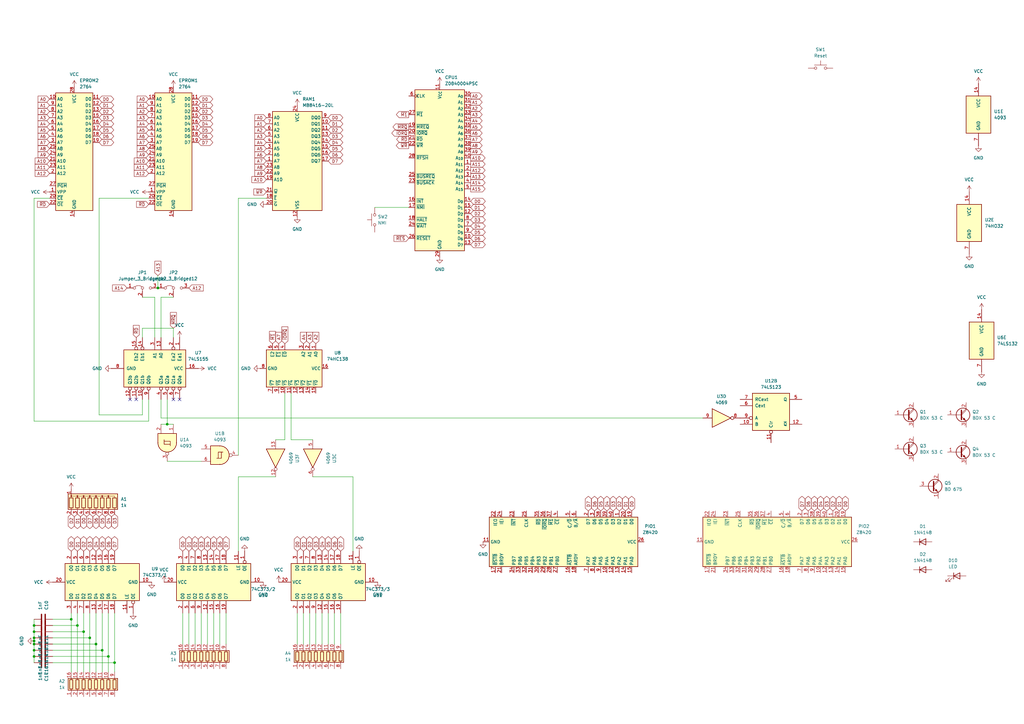
<source format=kicad_sch>
(kicad_sch (version 20250114) (generator "eeschema") (generator_version "9.0")
  (paper "A3")
  (junction (at 64.77 118.11))
  (junction (at 13.97 256.54))
  (junction (at 68.58 173.99))
  (junction (at 36.83 261.62))
  (junction (at 13.97 264.16))
  (junction (at 13.97 269.24))
  (junction (at 41.91 266.7))
  (junction (at 469.9 60.96))
  (junction (at 34.29 259.08))
  (junction (at 46.99 271.78))
  (junction (at 44.45 269.24))
  (junction (at 29.21 254))
  (junction (at 31.75 256.54))
  (junction (at 39.37 264.16))
  (junction (at 13.97 259.08))
  (junction (at 13.97 262.89))
  (junction (at 13.97 261.62))
  (junction (at 13.97 266.7))
  (no_connect (at 73.66 163.83))
  (no_connect (at 53.34 163.83))
  (no_connect (at 71.12 163.83))
  (no_connect (at 55.88 163.83))
  (wire (pts (xy 58.42 121.92) (xy 63.5 121.92)))
  (wire (pts (xy 21.59 259.08) (xy 34.29 259.08)))
  (wire (pts (xy 119.38 161.29) (xy 119.38 180.34)))
  (wire (pts (xy 21.59 256.54) (xy 31.75 256.54)))
  (wire (pts (xy 68.58 173.99) (xy 66.04 173.99)))
  (wire (pts (xy 36.83 251.46) (xy 36.83 261.62)))
  (wire (pts (xy 74.93 251.46) (xy 74.93 264.16)))
  (wire (pts (xy 31.75 251.46) (xy 31.75 256.54)))
  (wire (pts (xy 71.12 138.43) (xy 71.12 134.62)))
  (wire (pts (xy 66.04 121.92) (xy 71.12 121.92)))
  (wire (pts (xy 34.29 251.46) (xy 34.29 259.08)))
  (wire (pts (xy 13.97 256.54) (xy 13.97 259.08)))
  (wire (pts (xy 127 251.46) (xy 127 264.16)))
  (wire (pts (xy 13.97 262.89) (xy 13.97 264.16)))
  (wire (pts (xy 39.37 251.46) (xy 39.37 264.16)))
  (wire (pts (xy 13.97 254) (xy 13.97 256.54)))
  (wire (pts (xy 71.12 134.62) (xy 58.42 134.62)))
  (wire (pts (xy 85.09 251.46) (xy 85.09 264.16)))
  (wire (pts (xy 153.67 85.09) (xy 167.64 85.09)))
  (wire (pts (xy 46.99 271.78) (xy 21.59 271.78)))
  (wire (pts (xy 116.84 161.29) (xy 116.84 180.34)))
  (wire (pts (xy 46.99 275.59) (xy 46.99 271.78)))
  (wire (pts (xy 494.03 76.2) (xy 510.54 76.2)))
  (wire (pts (xy 82.55 251.46) (xy 82.55 264.16)))
  (wire (pts (xy 66.04 163.83) (xy 66.04 171.45)))
  (wire (pts (xy 129.54 251.46) (xy 129.54 264.16)))
  (wire (pts (xy 457.2 60.96) (xy 469.9 60.96)))
  (wire (pts (xy 441.96 76.2) (xy 441.96 63.5)))
  (wire (pts (xy 41.91 266.7) (xy 41.91 275.59)))
  (wire (pts (xy 469.9 76.2) (xy 486.41 76.2)))
  (wire (pts (xy 44.45 269.24) (xy 44.45 275.59)))
  (wire (pts (xy 31.75 256.54) (xy 31.75 275.59)))
  (wire (pts (xy 46.99 251.46) (xy 46.99 271.78)))
  (wire (pts (xy 29.21 254) (xy 29.21 275.59)))
  (wire (pts (xy 144.78 195.58) (xy 128.27 195.58)))
  (wire (pts (xy 13.97 264.16) (xy 13.97 266.7)))
  (wire (pts (xy 21.59 264.16) (xy 39.37 264.16)))
  (wire (pts (xy 144.78 226.06) (xy 144.78 195.58)))
  (wire (pts (xy 58.42 170.18) (xy 58.42 163.83)))
  (wire (pts (xy 36.83 261.62) (xy 36.83 275.59)))
  (wire (pts (xy 109.22 81.28) (xy 97.79 81.28)))
  (wire (pts (xy 41.91 251.46) (xy 41.91 266.7)))
  (wire (pts (xy 60.96 81.28) (xy 40.64 81.28)))
  (wire (pts (xy 40.64 81.28) (xy 40.64 170.18)))
  (wire (pts (xy 461.01 76.2) (xy 441.96 76.2)))
  (wire (pts (xy 21.59 254) (xy 29.21 254)))
  (wire (pts (xy 90.17 251.46) (xy 90.17 264.16)))
  (wire (pts (xy 21.59 261.62) (xy 36.83 261.62)))
  (wire (pts (xy 39.37 264.16) (xy 39.37 275.59)))
  (wire (pts (xy 34.29 259.08) (xy 34.29 275.59)))
  (wire (pts (xy 77.47 251.46) (xy 77.47 264.16)))
  (wire (pts (xy 40.64 170.18) (xy 58.42 170.18)))
  (wire (pts (xy 457.2 58.42) (xy 461.01 58.42)))
  (wire (pts (xy 58.42 134.62) (xy 58.42 138.43)))
  (wire (pts (xy 60.96 163.83) (xy 60.96 172.72)))
  (wire (pts (xy 87.63 251.46) (xy 87.63 264.16)))
  (wire (pts (xy 80.01 251.46) (xy 80.01 264.16)))
  (wire (pts (xy 137.16 251.46) (xy 137.16 264.16)))
  (wire (pts (xy 711.2 158.75) (xy 711.2 163.83)))
  (wire (pts (xy 92.71 251.46) (xy 92.71 264.16)))
  (wire (pts (xy 13.97 269.24) (xy 13.97 271.78)))
  (wire (pts (xy 13.97 172.72) (xy 13.97 81.28)))
  (wire (pts (xy 469.9 60.96) (xy 482.6 60.96)))
  (wire (pts (xy 132.08 251.46) (xy 132.08 264.16)))
  (wire (pts (xy 121.92 251.46) (xy 121.92 264.16)))
  (wire (pts (xy 21.59 269.24) (xy 44.45 269.24)))
  (wire (pts (xy 44.45 251.46) (xy 44.45 269.24)))
  (wire (pts (xy 97.79 195.58) (xy 113.03 195.58)))
  (wire (pts (xy 97.79 226.06) (xy 97.79 195.58)))
  (wire (pts (xy 68.58 173.99) (xy 71.12 173.99)))
  (wire (pts (xy 119.38 180.34) (xy 128.27 180.34)))
  (wire (pts (xy 497.84 60.96) (xy 510.54 60.96)))
  (wire (pts (xy 21.59 266.7) (xy 41.91 266.7)))
  (wire (pts (xy 66.04 171.45) (xy 288.29 171.45)))
  (wire (pts (xy 97.79 81.28) (xy 97.79 186.69)))
  (wire (pts (xy 124.46 251.46) (xy 124.46 264.16)))
  (wire (pts (xy 139.7 251.46) (xy 139.7 264.16)))
  (wire (pts (xy 134.62 251.46) (xy 134.62 264.16)))
  (wire (pts (xy 13.97 266.7) (xy 13.97 269.24)))
  (wire (pts (xy 68.58 189.23) (xy 82.55 189.23)))
  (wire (pts (xy 116.84 180.34) (xy 113.03 180.34)))
  (wire (pts (xy 66.04 121.92) (xy 66.04 138.43)))
  (wire (pts (xy 13.97 261.62) (xy 13.97 262.89)))
  (wire (pts (xy 68.58 163.83) (xy 68.58 173.99)))
  (wire (pts (xy 29.21 251.46) (xy 29.21 254)))
  (wire (pts (xy 64.77 113.03) (xy 64.77 118.11)))
  (wire (pts (xy 13.97 81.28) (xy 20.32 81.28)))
  (wire (pts (xy 461.01 58.42) (xy 461.01 76.2)))
  (wire (pts (xy 63.5 121.92) (xy 63.5 138.43)))
  (wire (pts (xy 13.97 259.08) (xy 13.97 261.62)))
  (wire (pts (xy 60.96 172.72) (xy 13.97 172.72)))
  (global_label "A11" (shape input) (at 60.96 68.58 180) (property "Intersheetrefs" "${INTERSHEET_REFS}" (effects (hide yes))))
  (global_label "A4" (shape output) (at 193.04 49.53 0) (property "Intersheetrefs" "${INTERSHEET_REFS}" (effects (hide yes))))
  (global_label "D0" (shape bidirectional) (at 134.62 48.26 0) (property "Intersheetrefs" "${INTERSHEET_REFS}" (effects (hide yes))))
  (global_label "~{RD}" (shape input) (at 60.96 83.82 180) (property "Intersheetrefs" "${INTERSHEET_REFS}" (effects (hide yes))))
  (global_label "D0" (shape bidirectional) (at 81.28 40.64 0) (property "Intersheetrefs" "${INTERSHEET_REFS}" (effects (hide yes))))
  (global_label "D7" (shape bidirectional) (at 46.99 226.06 90) (property "Intersheetrefs" "${INTERSHEET_REFS}" (effects (hide yes))))
  (global_label "A4" (shape input) (at 124.46 140.97 90) (property "Intersheetrefs" "${INTERSHEET_REFS}" (effects (hide yes))))
  (global_label "A7" (shape output) (at 193.04 57.15 0) (property "Intersheetrefs" "${INTERSHEET_REFS}" (effects (hide yes))))
  (global_label "D5" (shape bidirectional) (at 87.63 226.06 90) (property "Intersheetrefs" "${INTERSHEET_REFS}" (effects (hide yes))))
  (global_label "D2" (shape bidirectional) (at 81.28 45.72 0) (property "Intersheetrefs" "${INTERSHEET_REFS}" (effects (hide yes))))
  (global_label "D2" (shape bidirectional) (at 193.04 87.63 0) (property "Intersheetrefs" "${INTERSHEET_REFS}" (effects (hide yes))))
  (global_label "A10" (shape input) (at 60.96 66.04 180) (property "Intersheetrefs" "${INTERSHEET_REFS}" (effects (hide yes))))
  (global_label "A3" (shape input) (at 20.32 48.26 180) (property "Intersheetrefs" "${INTERSHEET_REFS}" (effects (hide yes))))
  (global_label "D1" (shape bidirectional) (at 193.04 85.09 0) (property "Intersheetrefs" "${INTERSHEET_REFS}" (effects (hide yes))))
  (global_label "D2" (shape bidirectional) (at 40.64 45.72 0) (property "Intersheetrefs" "${INTERSHEET_REFS}" (effects (hide yes))))
  (global_label "D1" (shape bidirectional) (at 344.17 209.55 90) (property "Intersheetrefs" "${INTERSHEET_REFS}" (effects (hide yes))))
  (global_label "D5" (shape bidirectional) (at 246.38 209.55 90) (property "Intersheetrefs" "${INTERSHEET_REFS}" (effects (hide yes))))
  (global_label "D0" (shape bidirectional) (at 346.71 209.55 90) (property "Intersheetrefs" "${INTERSHEET_REFS}" (effects (hide yes))))
  (global_label "D1" (shape bidirectional) (at 40.64 43.18 0) (property "Intersheetrefs" "${INTERSHEET_REFS}" (effects (hide yes))))
  (global_label "A0" (shape input) (at 60.96 40.64 180) (property "Intersheetrefs" "${INTERSHEET_REFS}" (effects (hide yes))))
  (global_label "D5" (shape bidirectional) (at 134.62 60.96 0) (property "Intersheetrefs" "${INTERSHEET_REFS}" (effects (hide yes))))
  (global_label "A12" (shape output) (at 193.04 69.85 0) (property "Intersheetrefs" "${INTERSHEET_REFS}" (effects (hide yes))))
  (global_label "A12" (shape input) (at 20.32 71.12 180) (property "Intersheetrefs" "${INTERSHEET_REFS}" (effects (hide yes))))
  (global_label "D7" (shape bidirectional) (at 328.93 209.55 90) (property "Intersheetrefs" "${INTERSHEET_REFS}" (effects (hide yes))))
  (global_label "~{IORQ}" (shape output) (at 167.64 54.61 180) (property "Intersheetrefs" "${INTERSHEET_REFS}" (effects (hide yes))))
  (global_label "D4" (shape bidirectional) (at 336.55 209.55 90) (property "Intersheetrefs" "${INTERSHEET_REFS}" (effects (hide yes))))
  (global_label "D1" (shape bidirectional) (at 256.54 209.55 90) (property "Intersheetrefs" "${INTERSHEET_REFS}" (effects (hide yes))))
  (global_label "A10" (shape output) (at 193.04 64.77 0) (property "Intersheetrefs" "${INTERSHEET_REFS}" (effects (hide yes))))
  (global_label "D3" (shape bidirectional) (at 81.28 48.26 0) (property "Intersheetrefs" "${INTERSHEET_REFS}" (effects (hide yes))))
  (global_label "D6" (shape bidirectional) (at 90.17 226.06 90) (property "Intersheetrefs" "${INTERSHEET_REFS}" (effects (hide yes))))
  (global_label "A9" (shape input) (at 60.96 63.5 180) (property "Intersheetrefs" "${INTERSHEET_REFS}" (effects (hide yes))))
  (global_label "A11" (shape output) (at 193.04 67.31 0) (property "Intersheetrefs" "${INTERSHEET_REFS}" (effects (hide yes))))
  (global_label "D4" (shape bidirectional) (at 39.37 226.06 90) (property "Intersheetrefs" "${INTERSHEET_REFS}" (effects (hide yes))))
  (global_label "~{WR}" (shape input) (at 109.22 78.74 180) (property "Intersheetrefs" "${INTERSHEET_REFS}" (effects (hide yes))))
  (global_label "A2" (shape input) (at 129.54 140.97 90) (property "Intersheetrefs" "${INTERSHEET_REFS}" (effects (hide yes))))
  (global_label "D6" (shape bidirectional) (at 193.04 97.79 0) (property "Intersheetrefs" "${INTERSHEET_REFS}" (effects (hide yes))))
  (global_label "A6" (shape input) (at 60.96 55.88 180) (property "Intersheetrefs" "${INTERSHEET_REFS}" (effects (hide yes))))
  (global_label "D1" (shape bidirectional) (at 77.47 226.06 90) (property "Intersheetrefs" "${INTERSHEET_REFS}" (effects (hide yes))))
  (global_label "A7" (shape input) (at 114.3 140.97 90) (property "Intersheetrefs" "${INTERSHEET_REFS}" (effects (hide yes))))
  (global_label "D7" (shape bidirectional) (at 36.83 210.82 270) (property "Intersheetrefs" "${INTERSHEET_REFS}" (effects (hide yes))))
  (global_label "A4" (shape input) (at 20.32 50.8 180) (property "Intersheetrefs" "${INTERSHEET_REFS}" (effects (hide yes))))
  (global_label "D7" (shape bidirectional) (at 193.04 100.33 0) (property "Intersheetrefs" "${INTERSHEET_REFS}" (effects (hide yes))))
  (global_label "D3" (shape bidirectional) (at 251.46 209.55 90) (property "Intersheetrefs" "${INTERSHEET_REFS}" (effects (hide yes))))
  (global_label "A5" (shape input) (at 60.96 53.34 180) (property "Intersheetrefs" "${INTERSHEET_REFS}" (effects (hide yes))))
  (global_label "A5" (shape input) (at 20.32 53.34 180) (property "Intersheetrefs" "${INTERSHEET_REFS}" (effects (hide yes))))
  (global_label "D2" (shape bidirectional) (at 127 226.06 90) (property "Intersheetrefs" "${INTERSHEET_REFS}" (effects (hide yes))))
  (global_label "A1" (shape input) (at 109.22 50.8 180) (property "Intersheetrefs" "${INTERSHEET_REFS}" (effects (hide yes))))
  (global_label "D6" (shape bidirectional) (at 331.47 209.55 90) (property "Intersheetrefs" "${INTERSHEET_REFS}" (effects (hide yes))))
  (global_label "D6" (shape bidirectional) (at 81.28 55.88 0) (property "Intersheetrefs" "${INTERSHEET_REFS}" (effects (hide yes))))
  (global_label "A6" (shape input) (at 20.32 55.88 180) (property "Intersheetrefs" "${INTERSHEET_REFS}" (effects (hide yes))))
  (global_label "D2" (shape bidirectional) (at 341.63 209.55 90) (property "Intersheetrefs" "${INTERSHEET_REFS}" (effects (hide yes))))
  (global_label "D4" (shape bidirectional) (at 44.45 210.82 270) (property "Intersheetrefs" "${INTERSHEET_REFS}" (effects (hide yes))))
  (global_label "A10" (shape input) (at 20.32 66.04 180) (property "Intersheetrefs" "${INTERSHEET_REFS}" (effects (hide yes))))
  (global_label "D1" (shape bidirectional) (at 31.75 210.82 270) (property "Intersheetrefs" "${INTERSHEET_REFS}" (effects (hide yes))))
  (global_label "D4" (shape bidirectional) (at 85.09 226.06 90) (property "Intersheetrefs" "${INTERSHEET_REFS}" (effects (hide yes))))
  (global_label "~{RD}" (shape input) (at 55.88 138.43 90) (property "Intersheetrefs" "${INTERSHEET_REFS}" (effects (hide yes))))
  (global_label "D2" (shape bidirectional) (at 80.01 226.06 90) (property "Intersheetrefs" "${INTERSHEET_REFS}" (effects (hide yes))))
  (global_label "D3" (shape bidirectional) (at 129.54 226.06 90) (property "Intersheetrefs" "${INTERSHEET_REFS}" (effects (hide yes))))
  (global_label "A2" (shape output) (at 193.04 44.45 0) (property "Intersheetrefs" "${INTERSHEET_REFS}" (effects (hide yes))))
  (global_label "A0" (shape output) (at 193.04 39.37 0) (property "Intersheetrefs" "${INTERSHEET_REFS}" (effects (hide yes))))
  (global_label "D1" (shape bidirectional) (at 134.62 50.8 0) (property "Intersheetrefs" "${INTERSHEET_REFS}" (effects (hide yes))))
  (global_label "A6" (shape output) (at 193.04 54.61 0) (property "Intersheetrefs" "${INTERSHEET_REFS}" (effects (hide yes))))
  (global_label "D4" (shape bidirectional) (at 132.08 226.06 90) (property "Intersheetrefs" "${INTERSHEET_REFS}" (effects (hide yes))))
  (global_label "D0" (shape bidirectional) (at 34.29 210.82 270) (property "Intersheetrefs" "${INTERSHEET_REFS}" (effects (hide yes))))
  (global_label "D0" (shape bidirectional) (at 121.92 226.06 90) (property "Intersheetrefs" "${INTERSHEET_REFS}" (effects (hide yes))))
  (global_label "A5" (shape output) (at 193.04 52.07 0) (property "Intersheetrefs" "${INTERSHEET_REFS}" (effects (hide yes))))
  (global_label "A13" (shape output) (at 193.04 72.39 0) (property "Intersheetrefs" "${INTERSHEET_REFS}" (effects (hide yes))))
  (global_label "A0" (shape input) (at 109.22 48.26 180) (property "Intersheetrefs" "${INTERSHEET_REFS}" (effects (hide yes))))
  (global_label "A7" (shape input) (at 20.32 58.42 180) (property "Intersheetrefs" "${INTERSHEET_REFS}" (effects (hide yes))))
  (global_label "D6" (shape bidirectional) (at 44.45 226.06 90) (property "Intersheetrefs" "${INTERSHEET_REFS}" (effects (hide yes))))
  (global_label "D5" (shape bidirectional) (at 81.28 53.34 0) (property "Intersheetrefs" "${INTERSHEET_REFS}" (effects (hide yes))))
  (global_label "D0" (shape bidirectional) (at 74.93 226.06 90) (property "Intersheetrefs" "${INTERSHEET_REFS}" (effects (hide yes))))
  (global_label "A12" (shape input) (at 77.47 118.11 0) (property "Intersheetrefs" "${INTERSHEET_REFS}" (effects (hide yes))))
  (global_label "A9" (shape input) (at 20.32 63.5 180) (property "Intersheetrefs" "${INTERSHEET_REFS}" (effects (hide yes))))
  (global_label "~{MRQ}" (shape output) (at 167.64 52.07 180) (property "Intersheetrefs" "${INTERSHEET_REFS}" (effects (hide yes))))
  (global_label "D3" (shape bidirectional) (at 36.83 226.06 90) (property "Intersheetrefs" "${INTERSHEET_REFS}" (effects (hide yes))))
  (global_label "D1" (shape bidirectional) (at 124.46 226.06 90) (property "Intersheetrefs" "${INTERSHEET_REFS}" (effects (hide yes))))
  (global_label "D4" (shape bidirectional) (at 193.04 92.71 0) (property "Intersheetrefs" "${INTERSHEET_REFS}" (effects (hide yes))))
  (global_label "D3" (shape bidirectional) (at 82.55 226.06 90) (property "Intersheetrefs" "${INTERSHEET_REFS}" (effects (hide yes))))
  (global_label "~{RD}" (shape output) (at 167.64 57.15 180) (property "Intersheetrefs" "${INTERSHEET_REFS}" (effects (hide yes))))
  (global_label "A12" (shape input) (at 60.96 71.12 180) (property "Intersheetrefs" "${INTERSHEET_REFS}" (effects (hide yes))))
  (global_label "D3" (shape bidirectional) (at 40.64 48.26 0) (property "Intersheetrefs" "${INTERSHEET_REFS}" (effects (hide yes))))
  (global_label "A9" (shape input) (at 109.22 71.12 180) (property "Intersheetrefs" "${INTERSHEET_REFS}" (effects (hide yes))))
  (global_label "A2" (shape input) (at 109.22 53.34 180) (property "Intersheetrefs" "${INTERSHEET_REFS}" (effects (hide yes))))
  (global_label "D6" (shape bidirectional) (at 134.62 63.5 0) (property "Intersheetrefs" "${INTERSHEET_REFS}" (effects (hide yes))))
  (global_label "A0" (shape input) (at 20.32 40.64 180) (property "Intersheetrefs" "${INTERSHEET_REFS}" (effects (hide yes))))
  (global_label "~{M1}" (shape output) (at 167.64 46.99 180) (property "Intersheetrefs" "${INTERSHEET_REFS}" (effects (hide yes))))
  (global_label "D1" (shape bidirectional) (at 81.28 43.18 0) (property "Intersheetrefs" "${INTERSHEET_REFS}" (effects (hide yes))))
  (global_label "D0" (shape bidirectional) (at 29.21 226.06 90) (property "Intersheetrefs" "${INTERSHEET_REFS}" (effects (hide yes))))
  (global_label "D6" (shape bidirectional) (at 243.84 209.55 90) (property "Intersheetrefs" "${INTERSHEET_REFS}" (effects (hide yes))))
  (global_label "D5" (shape bidirectional) (at 334.01 209.55 90) (property "Intersheetrefs" "${INTERSHEET_REFS}" (effects (hide yes))))
  (global_label "A1" (shape input) (at 20.32 43.18 180) (property "Intersheetrefs" "${INTERSHEET_REFS}" (effects (hide yes))))
  (global_label "D7" (shape bidirectional) (at 92.71 226.06 90) (property "Intersheetrefs" "${INTERSHEET_REFS}" (effects (hide yes))))
  (global_label "D6" (shape bidirectional) (at 40.64 55.88 0) (property "Intersheetrefs" "${INTERSHEET_REFS}" (effects (hide yes))))
  (global_label "A13" (shape input) (at 64.77 113.03 90) (property "Intersheetrefs" "${INTERSHEET_REFS}" (effects (hide yes))))
  (global_label "A8" (shape input) (at 60.96 60.96 180) (property "Intersheetrefs" "${INTERSHEET_REFS}" (effects (hide yes))))
  (global_label "D5" (shape bidirectional) (at 40.64 53.34 0) (property "Intersheetrefs" "${INTERSHEET_REFS}" (effects (hide yes))))
  (global_label "A14" (shape input) (at 52.07 118.11 180) (property "Intersheetrefs" "${INTERSHEET_REFS}" (effects (hide yes))))
  (global_label "D7" (shape bidirectional) (at 81.28 58.42 0) (property "Intersheetrefs" "${INTERSHEET_REFS}" (effects (hide yes))))
  (global_label "D6" (shape bidirectional) (at 39.37 210.82 270) (property "Intersheetrefs" "${INTERSHEET_REFS}" (effects (hide yes))))
  (global_label "A8" (shape input) (at 109.22 68.58 180) (property "Intersheetrefs" "${INTERSHEET_REFS}" (effects (hide yes))))
  (global_label "~{RES}" (shape input) (at 167.64 97.79 180) (property "Intersheetrefs" "${INTERSHEET_REFS}" (effects (hide yes))))
  (global_label "D2" (shape bidirectional) (at 34.29 226.06 90) (property "Intersheetrefs" "${INTERSHEET_REFS}" (effects (hide yes))))
  (global_label "~{MRQ}" (shape input) (at 71.12 134.62 90) (property "Intersheetrefs" "${INTERSHEET_REFS}" (effects (hide yes))))
  (global_label "A14" (shape output) (at 193.04 74.93 0) (property "Intersheetrefs" "${INTERSHEET_REFS}" (effects (hide yes))))
  (global_label "~{WR}" (shape output) (at 167.64 59.69 180) (property "Intersheetrefs" "${INTERSHEET_REFS}" (effects (hide yes))))
  (global_label "A9" (shape output) (at 193.04 62.23 0) (property "Intersheetrefs" "${INTERSHEET_REFS}" (effects (hide yes))))
  (global_label "D1" (shape bidirectional) (at 31.75 226.06 90) (property "Intersheetrefs" "${INTERSHEET_REFS}" (effects (hide yes))))
  (global_label "A2" (shape input) (at 60.96 45.72 180) (property "Intersheetrefs" "${INTERSHEET_REFS}" (effects (hide yes))))
  (global_label "A5" (shape input) (at 109.22 60.96 180) (property "Intersheetrefs" "${INTERSHEET_REFS}" (effects (hide yes))))
  (global_label "D7" (shape bidirectional) (at 241.3 209.55 90) (property "Intersheetrefs" "${INTERSHEET_REFS}" (effects (hide yes))))
  (global_label "A7" (shape input) (at 109.22 66.04 180) (property "Intersheetrefs" "${INTERSHEET_REFS}" (effects (hide yes))))
  (global_label "A3" (shape input) (at 127 140.97 90) (property "Intersheetrefs" "${INTERSHEET_REFS}" (effects (hide yes))))
  (global_label "D6" (shape bidirectional) (at 137.16 226.06 90) (property "Intersheetrefs" "${INTERSHEET_REFS}" (effects (hide yes))))
  (global_label "D4" (shape bidirectional) (at 248.92 209.55 90) (property "Intersheetrefs" "${INTERSHEET_REFS}" (effects (hide yes))))
  (global_label "A6" (shape input) (at 109.22 63.5 180) (property "Intersheetrefs" "${INTERSHEET_REFS}" (effects (hide yes))))
  (global_label "A7" (shape input) (at 60.96 58.42 180) (property "Intersheetrefs" "${INTERSHEET_REFS}" (effects (hide yes))))
  (global_label "D0" (shape bidirectional) (at 259.08 209.55 90) (property "Intersheetrefs" "${INTERSHEET_REFS}" (effects (hide yes))))
  (global_label "A11" (shape input) (at 20.32 68.58 180) (property "Intersheetrefs" "${INTERSHEET_REFS}" (effects (hide yes))))
  (global_label "A1" (shape input) (at 60.96 43.18 180) (property "Intersheetrefs" "${INTERSHEET_REFS}" (effects (hide yes))))
  (global_label "A3" (shape input) (at 109.22 55.88 180) (property "Intersheetrefs" "${INTERSHEET_REFS}" (effects (hide yes))))
  (global_label "D2" (shape bidirectional) (at 29.21 210.82 270) (property "Intersheetrefs" "${INTERSHEET_REFS}" (effects (hide yes))))
  (global_label "A4" (shape input) (at 60.96 50.8 180) (property "Intersheetrefs" "${INTERSHEET_REFS}" (effects (hide yes))))
  (global_label "D2" (shape bidirectional) (at 134.62 53.34 0) (property "Intersheetrefs" "${INTERSHEET_REFS}" (effects (hide yes))))
  (global_label "A3" (shape output) (at 193.04 46.99 0) (property "Intersheetrefs" "${INTERSHEET_REFS}" (effects (hide yes))))
  (global_label "D5" (shape bidirectional) (at 41.91 226.06 90) (property "Intersheetrefs" "${INTERSHEET_REFS}" (effects (hide yes))))
  (global_label "D2" (shape bidirectional) (at 254 209.55 90) (property "Intersheetrefs" "${INTERSHEET_REFS}" (effects (hide yes))))
  (global_label "D7" (shape bidirectional) (at 139.7 226.06 90) (property "Intersheetrefs" "${INTERSHEET_REFS}" (effects (hide yes))))
  (global_label "~{IORQ}" (shape input) (at 116.84 140.97 90) (property "Intersheetrefs" "${INTERSHEET_REFS}" (effects (hide yes))))
  (global_label "A8" (shape output) (at 193.04 59.69 0) (property "Intersheetrefs" "${INTERSHEET_REFS}" (effects (hide yes))))
  (global_label "D5" (shape bidirectional) (at 41.91 210.82 270) (property "Intersheetrefs" "${INTERSHEET_REFS}" (effects (hide yes))))
  (global_label "D7" (shape bidirectional) (at 134.62 66.04 0) (property "Intersheetrefs" "${INTERSHEET_REFS}" (effects (hide yes))))
  (global_label "D3" (shape bidirectional) (at 46.99 210.82 270) (property "Intersheetrefs" "${INTERSHEET_REFS}" (effects (hide yes))))
  (global_label "~{RD}" (shape input) (at 688.34 138.43 180) (property "Intersheetrefs" "${INTERSHEET_REFS}" (effects (hide yes))))
  (global_label "D0" (shape bidirectional) (at 193.04 82.55 0) (property "Intersheetrefs" "${INTERSHEET_REFS}" (effects (hide yes))))
  (global_label "D3" (shape bidirectional) (at 193.04 90.17 0) (property "Intersheetrefs" "${INTERSHEET_REFS}" (effects (hide yes))))
  (global_label "A2" (shape input) (at 20.32 45.72 180) (property "Intersheetrefs" "${INTERSHEET_REFS}" (effects (hide yes))))
  (global_label "A1" (shape output) (at 193.04 41.91 0) (property "Intersheetrefs" "${INTERSHEET_REFS}" (effects (hide yes))))
  (global_label "D5" (shape bidirectional) (at 134.62 226.06 90) (property "Intersheetrefs" "${INTERSHEET_REFS}" (effects (hide yes))))
  (global_label "A15" (shape output) (at 193.04 77.47 0) (property "Intersheetrefs" "${INTERSHEET_REFS}" (effects (hide yes))))
  (global_label "D4" (shape bidirectional) (at 40.64 50.8 0) (property "Intersheetrefs" "${INTERSHEET_REFS}" (effects (hide yes))))
  (global_label "A10" (shape input) (at 109.22 73.66 180) (property "Intersheetrefs" "${INTERSHEET_REFS}" (effects (hide yes))))
  (global_label "D7" (shape bidirectional) (at 40.64 58.42 0) (property "Intersheetrefs" "${INTERSHEET_REFS}" (effects (hide yes))))
  (global_label "D4" (shape bidirectional) (at 81.28 50.8 0) (property "Intersheetrefs" "${INTERSHEET_REFS}" (effects (hide yes))))
  (global_label "~{RD}" (shape input) (at 20.32 83.82 180) (property "Intersheetrefs" "${INTERSHEET_REFS}" (effects (hide yes))))
  (global_label "D3" (shape bidirectional) (at 134.62 55.88 0) (property "Intersheetrefs" "${INTERSHEET_REFS}" (effects (hide yes))))
  (global_label "D5" (shape bidirectional) (at 193.04 95.25 0) (property "Intersheetrefs" "${INTERSHEET_REFS}" (effects (hide yes))))
  (global_label "D0" (shape bidirectional) (at 40.64 40.64 0) (property "Intersheetrefs" "${INTERSHEET_REFS}" (effects (hide yes))))
  (global_label "~{M1}" (shape input) (at 111.76 140.97 90) (property "Intersheetrefs" "${INTERSHEET_REFS}" (effects (hide yes))))
  (global_label "D3" (shape bidirectional) (at 339.09 209.55 90) (property "Intersheetrefs" "${INTERSHEET_REFS}" (effects (hide yes))))
  (global_label "A3" (shape input) (at 60.96 48.26 180) (property "Intersheetrefs" "${INTERSHEET_REFS}" (effects (hide yes))))
  (global_label "D4" (shape bidirectional) (at 134.62 58.42 0) (property "Intersheetrefs" "${INTERSHEET_REFS}" (effects (hide yes))))
  (global_label "A8" (shape input) (at 20.32 60.96 180) (property "Intersheetrefs" "${INTERSHEET_REFS}" (effects (hide yes))))
  (global_label "A4" (shape input) (at 109.22 58.42 180) (property "Intersheetrefs" "${INTERSHEET_REFS}" (effects (hide yes))))
  (symbol (lib_id "74xx:74LS04") (at 589.28 138.43 0) (unit 5)
    (property "Reference" "U5" (at 589.28 129.54 0))
    (property "Value" "7404" (at 589.28 132.08 0))
    (property "Footprint" "Package_DIP:DIP-14_W7.62mm" (effects (hide yes)))
    (property "Datasheet" "http://www.ti.com/lit/gpn/sn74LS04" (effects (hide yes)))
    (property "Description" "Hex Inverter" (effects (hide yes)))
  )
  (symbol (lib_id "Device:R") (at 584.2 16.51 0) (unit 1)
    (property "Reference" "R16" (at 586.74 15.2399 0) (effects (justify left)))
    (property "Value" "1k" (at 586.74 17.7799 0) (effects (justify left)))
    (property "Footprint" "Resistor_THT:R_Axial_DIN0309_L9.0mm_D3.2mm_P12.70mm_Horizontal" (effects (hide yes)))
    (property "Description" "Resistor" (effects (hide yes)))
  )
  (symbol (lib_id "Device:C") (at 486.41 60.96 90) (unit 1)
    (property "Reference" "C9" (at 486.41 53.34 90))
    (property "Value" "33p" (at 486.41 55.88 90))
    (property "Footprint" "Capacitor_THT:C_Disc_D4.3mm_W1.9mm_P5.00mm" (effects (hide yes)))
    (property "Description" "Unpolarized capacitor" (effects (hide yes)))
  )
  (symbol (lib_id "4xxx:4069") (at 648.97 168.91 0) (unit 7)
    (property "Reference" "U3" (at 655.32 167.6399 0) (effects (justify left)))
    (property "Value" "4069" (at 655.32 170.1799 0) (effects (justify left)))
    (property "Footprint" "Package_DIP:DIP-14_W7.62mm" (effects (hide yes)))
    (property "Datasheet" "http://www.intersil.com/content/dam/Intersil/documents/cd40/cd4069ubms.pdf" (effects (hide yes)))
    (property "Description" "Hex inverter" (effects (hide yes)))
  )
  (symbol (lib_id "power:GND") (at 402.59 152.4 0) (unit 1)
    (property "Reference" "#PWR033" (effects (hide yes)))
    (property "Value" "GND" (at 402.59 157.48 0))
    (property "Description" "Power symbol creates a global label with name \"GND\" , ground" (effects (hide yes)))
  )
  (symbol (lib_id "power:VCC") (at 449.58 68.58 180) (unit 1)
    (property "Reference" "#PWR041" (effects (hide yes)))
    (property "Value" "VCC" (at 449.58 73.66 0))
    (property "Description" "Power symbol creates a global label with name \"VCC\"" (effects (hide yes)))
  )
  (symbol (lib_id "power:GND") (at 13.97 262.89 270) (unit 1)
    (property "Reference" "#PWR043" (effects (hide yes)))
    (property "Value" "GND" (at 8.89 262.89 0))
    (property "Description" "Power symbol creates a global label with name \"GND\" , ground" (effects (hide yes)))
  )
  (symbol (lib_id "Device:C") (at 17.78 266.7 270) (unit 1)
    (property "Reference" "C15" (at 19.0501 270.51 0) (effects (justify left)))
    (property "Value" "1nF" (at 16.5101 270.51 0) (effects (justify left)))
    (property "Footprint" "Capacitor_THT:C_Disc_D4.3mm_W1.9mm_P5.00mm" (effects (hide yes)))
    (property "Description" "Unpolarized capacitor" (effects (hide yes)))
  )
  (symbol (lib_id "Device:C") (at 17.78 261.62 270) (unit 1)
    (property "Reference" "C13" (at 19.0501 265.43 0) (effects (justify left)))
    (property "Value" "1nF" (at 16.5101 265.43 0) (effects (justify left)))
    (property "Footprint" "Capacitor_THT:C_Disc_D4.3mm_W1.9mm_P5.00mm" (effects (hide yes)))
    (property "Description" "Unpolarized capacitor" (effects (hide yes)))
  )
  (symbol (lib_id "power:GND") (at 198.12 222.25 0) (unit 1)
    (property "Reference" "#PWR06" (effects (hide yes)))
    (property "Value" "GND" (at 198.12 227.33 0))
    (property "Description" "Power symbol creates a global label with name \"GND\" , ground" (effects (hide yes)))
  )
  (symbol (lib_id "Device:C") (at 17.78 264.16 270) (unit 1)
    (property "Reference" "C14" (at 19.0501 267.97 0) (effects (justify left)))
    (property "Value" "1nF" (at 16.5101 267.97 0) (effects (justify left)))
    (property "Footprint" "Capacitor_THT:C_Disc_D4.3mm_W1.9mm_P5.00mm" (effects (hide yes)))
    (property "Description" "Unpolarized capacitor" (effects (hide yes)))
  )
  (symbol (lib_id "Transistor_BJT:Q_NPN_Darlington_BCE") (at 372.11 184.15 0) (unit 1)
    (property "Reference" "Q3" (at 377.19 182.8799 0) (effects (justify left)))
    (property "Value" "BDX 53 C" (at 377.19 185.4199 0) (effects (justify left)))
    (property "Footprint" "Package_TO_SOT_THT:TO-220-3_Vertical" (effects (hide yes)))
    (property "Description" "NPN Darlington transistor, base/collector/emitter" (effects (hide yes)))
  )
  (symbol (lib_id "power:GND") (at 610.87 127 0) (unit 1)
    (property "Reference" "#PWR037" (effects (hide yes)))
    (property "Value" "GND" (at 610.87 132.08 0))
    (property "Description" "Power symbol creates a global label with name \"GND\" , ground" (effects (hide yes)))
  )
  (symbol (lib_id "Transistor_BJT:Q_NPN_Darlington_BCE") (at 393.7 185.42 0) (unit 1)
    (property "Reference" "Q4" (at 398.78 184.1499 0) (effects (justify left)))
    (property "Value" "BDX 53 C" (at 398.78 186.6899 0) (effects (justify left)))
    (property "Footprint" "Package_TO_SOT_THT:TO-220-3_Vertical" (effects (hide yes)))
    (property "Description" "NPN Darlington transistor, base/collector/emitter" (effects (hide yes)))
  )
  (symbol (lib_id "74xx:74LS123") (at 476.25 189.23 0) (unit 3)
    (property "Reference" "U12" (at 482.6 187.9599 0) (effects (justify left)))
    (property "Value" "74LS123" (at 482.6 190.4999 0) (effects (justify left)))
    (property "Footprint" "Package_DIP:DIP-16_W7.62mm" (effects (hide yes)))
    (property "Datasheet" "http://www.ti.com/lit/gpn/sn74LS123" (effects (hide yes)))
    (property "Description" "Dual retriggerable Monostable" (effects (hide yes)))
  )
  (symbol (lib_id "74xx:74LS32") (at 695.96 135.89 0) (unit 4)
    (property "Reference" "U2" (at 695.96 127 0))
    (property "Value" "74HO32" (at 695.96 129.54 0))
    (property "Footprint" "Package_DIP:DIP-14_W7.62mm" (effects (hide yes)))
    (property "Datasheet" "http://www.ti.com/lit/gpn/sn74LS32" (effects (hide yes)))
    (property "Description" "Quad 2-input OR" (effects (hide yes)))
  )
  (symbol (lib_id "power:VCC") (at 397.51 78.74 0) (unit 1)
    (property "Reference" "#PWR029" (effects (hide yes)))
    (property "Value" "VCC" (at 397.51 73.66 0))
    (property "Description" "Power symbol creates a global label with name \"VCC\"" (effects (hide yes)))
  )
  (symbol (lib_id "power:GND") (at 45.72 151.13 270) (unit 1)
    (property "Reference" "#PWR02" (effects (hide yes)))
    (property "Value" "GND" (at 41.91 151.1299 90) (effects (justify right)))
    (property "Description" "Power symbol creates a global label with name \"GND\" , ground" (effects (hide yes)))
  )
  (symbol (lib_id "Device:R") (at 546.1 16.51 0) (unit 1)
    (property "Reference" "R11" (at 548.64 15.2399 0) (effects (justify left)))
    (property "Value" "10k" (at 548.64 17.7799 0) (effects (justify left)))
    (property "Footprint" "Resistor_THT:R_Axial_DIN0309_L9.0mm_D3.2mm_P12.70mm_Horizontal" (effects (hide yes)))
    (property "Description" "Resistor" (effects (hide yes)))
  )
  (symbol (lib_id "74xx:74LS04") (at 589.28 118.11 0) (unit 4)
    (property "Reference" "U5" (at 589.28 109.22 0))
    (property "Value" "7404" (at 589.28 111.76 0))
    (property "Footprint" "Package_DIP:DIP-14_W7.62mm" (effects (hide yes)))
    (property "Datasheet" "http://www.ti.com/lit/gpn/sn74LS04" (effects (hide yes)))
    (property "Description" "Hex Inverter" (effects (hide yes)))
  )
  (symbol (lib_id "Device:R") (at 568.96 16.51 0) (unit 1)
    (property "Reference" "R14" (at 571.5 15.2399 0) (effects (justify left)))
    (property "Value" "2k2" (at 571.5 17.7799 0) (effects (justify left)))
    (property "Footprint" "Resistor_THT:R_Axial_DIN0309_L9.0mm_D3.2mm_P12.70mm_Horizontal" (effects (hide yes)))
    (property "Description" "Resistor" (effects (hide yes)))
  )
  (symbol (lib_id "Device:R") (at 576.58 16.51 0) (unit 1)
    (property "Reference" "R15" (at 579.12 15.2399 0) (effects (justify left)))
    (property "Value" "1k" (at 579.12 17.7799 0) (effects (justify left)))
    (property "Footprint" "Resistor_THT:R_Axial_DIN0309_L9.0mm_D3.2mm_P12.70mm_Horizontal" (effects (hide yes)))
    (property "Description" "Resistor" (effects (hide yes)))
  )
  (symbol (lib_id "4xxx:4069") (at 128.27 187.96 270) (unit 3)
    (property "Reference" "U3" (at 137.16 187.96 0))
    (property "Value" "4069" (at 134.62 187.96 0))
    (property "Footprint" "Package_DIP:DIP-14_W7.62mm" (effects (hide yes)))
    (property "Datasheet" "http://www.intersil.com/content/dam/Intersil/documents/cd40/cd4069ubms.pdf" (effects (hide yes)))
    (property "Description" "Hex inverter" (effects (hide yes)))
  )
  (symbol (lib_id "power:VCC") (at 648.97 156.21 0) (unit 1)
    (property "Reference" "#PWR026" (effects (hide yes)))
    (property "Value" "VCC" (at 648.97 151.13 0))
    (property "Description" "Power symbol creates a global label with name \"VCC\"" (effects (hide yes)))
  )
  (symbol (lib_id "Device:R_Pack08") (at 132.08 269.24 0) (unit 1)
    (property "Reference" "A4" (at 119.38 267.9699 0) (effects (justify right)))
    (property "Value" "1k" (at 119.38 270.5099 0) (effects (justify right)))
    (property "Footprint" "Package_DIP:DIP-16_W7.62mm" (effects (hide yes)))
    (property "Description" "8 resistor network, parallel topology" (effects (hide yes)))
  )
  (symbol (lib_id "power:GND") (at 401.32 59.69 0) (unit 1)
    (property "Reference" "#PWR031" (effects (hide yes)))
    (property "Value" "GND" (at 401.32 64.77 0))
    (property "Description" "Power symbol creates a global label with name \"GND\" , ground" (effects (hide yes)))
  )
  (symbol (lib_id "74xx:74LS132") (at 695.96 161.29 0) (unit 1)
    (property "Reference" "U6" (at 695.9517 152.4 0))
    (property "Value" "74LS132" (at 695.9517 154.94 0))
    (property "Footprint" "Package_DIP:DIP-14_W7.62mm" (effects (hide yes)))
    (property "Datasheet" "http://www.ti.com/lit/gpn/sn74LS132" (effects (hide yes)))
    (property "Description" "Quad 2-input NAND Schmitt trigger" (effects (hide yes)))
  )
  (symbol (lib_id "4xxx:4069") (at 113.03 187.96 270) (unit 6)
    (property "Reference" "U3" (at 121.92 187.96 0))
    (property "Value" "4069" (at 119.38 187.96 0))
    (property "Footprint" "Package_DIP:DIP-14_W7.62mm" (effects (hide yes)))
    (property "Datasheet" "http://www.intersil.com/content/dam/Intersil/documents/cd40/cd4069ubms.pdf" (effects (hide yes)))
    (property "Description" "Hex inverter" (effects (hide yes)))
  )
  (symbol (lib_id "4xxx:4069") (at 295.91 171.45 0) (unit 4)
    (property "Reference" "U3" (at 295.91 162.56 0))
    (property "Value" "4069" (at 295.91 165.1 0))
    (property "Footprint" "Package_DIP:DIP-14_W7.62mm" (effects (hide yes)))
    (property "Datasheet" "http://www.intersil.com/content/dam/Intersil/documents/cd40/cd4069ubms.pdf" (effects (hide yes)))
    (property "Description" "Hex inverter" (effects (hide yes)))
  )
  (symbol (lib_id "power:GND") (at 648.97 181.61 0) (unit 1)
    (property "Reference" "#PWR036" (effects (hide yes)))
    (property "Value" "GND" (at 648.97 186.69 0))
    (property "Description" "Power symbol creates a global label with name \"GND\" , ground" (effects (hide yes)))
  )
  (symbol (lib_id "power:GND") (at 54.61 251.46 0) (unit 1)
    (property "Reference" "#PWR042" (effects (hide yes)))
    (property "Value" "GND" (at 54.61 256.54 0))
    (property "Description" "Power symbol creates a global label with name \"GND\" , ground" (effects (hide yes)))
  )
  (symbol (lib_id "Device:R") (at 513.08 16.51 0) (unit 1)
    (property "Reference" "R7" (at 515.62 15.2399 0) (effects (justify left)))
    (property "Value" "8k2" (at 515.62 17.7799 0) (effects (justify left)))
    (property "Footprint" "Resistor_THT:R_Axial_DIN0309_L9.0mm_D3.2mm_P12.70mm_Horizontal" (effects (hide yes)))
    (property "Description" "Resistor" (effects (hide yes)))
  )
  (symbol (lib_id "Interface:Z8420") (at 318.77 222.25 270) (unit 1)
    (property "Reference" "PIO2" (at 354.33 215.8298 90))
    (property "Value" "Z8420" (at 354.33 218.3698 90))
    (property "Footprint" "Package_DIP:DIP-40_W15.24mm" (effects (hide yes)))
    (property "Datasheet" "https://www.zilog.com/appnotes_download.php?FromPage=DirectLink&dn=PS0180&ft=Product%20Specification%20(Data%20Sheet)%20%20&f=YUhSMGNEb3ZMM2QzZHk1NmFXeHZaeTVqYjIwdlpHOWpjeTk2T0RBdmNITXdNVGd3TG5Ca1pnPT0=" (effects (hide yes)))
    (property "Description" "Parallel I/O, DIP-40" (effects (hide yes)))
  )
  (symbol (lib_id "power:VCC") (at 67.31 238.76 0) (unit 1)
    (property "Reference" "#PWR011" (effects (hide yes)))
    (property "Value" "VCC" (at 67.31 233.68 0))
    (property "Description" "Power symbol creates a global label with name \"VCC\"" (effects (hide yes)))
  )
  (symbol (lib_id "power:GND") (at 581.66 138.43 270) (unit 1)
    (property "Reference" "#PWR038" (effects (hide yes)))
    (property "Value" "GND" (at 577.85 138.4299 90) (effects (justify right)))
    (property "Description" "Power symbol creates a global label with name \"GND\" , ground" (effects (hide yes)))
  )
  (symbol (lib_id "Memory_EPROM:2764") (at 30.48 60.96 0) (unit 1)
    (property "Reference" "EPROM2" (at 32.6233 33.02 0) (effects (justify left)))
    (property "Value" "2764" (at 32.6233 35.56 0) (effects (justify left)))
    (property "Footprint" "Package_DIP:DIP-28_W15.24mm" (effects (hide yes)))
    (property "Datasheet" "https://downloads.reactivemicro.com/Electronics/ROM/2764%20EPROM.pdf" (effects (hide yes)))
    (property "Description" "EPROM 64 KiBit, [Obsolete 2000-11]" (effects (hide yes)))
  )
  (symbol (lib_id "74xx:74LS04") (at 450.85 133.35 180) (unit 6)
    (property "Reference" "U5" (at 450.85 124.46 0))
    (property "Value" "7404" (at 450.85 127 0))
    (property "Footprint" "Package_DIP:DIP-14_W7.62mm" (effects (hide yes)))
    (property "Datasheet" "http://www.ti.com/lit/gpn/sn74LS04" (effects (hide yes)))
    (property "Description" "Hex Inverter" (effects (hide yes)))
  )
  (symbol (lib_id "Switch:SW_Push") (at 336.55 27.94 0) (unit 1)
    (property "Reference" "SW1" (at 336.55 20.32 0))
    (property "Value" "Reset" (at 336.55 22.86 0))
    (property "Footprint" "Button_Switch_THT:SW_PUSH_6mm" (effects (hide yes)))
    (property "Description" "Push button switch, generic, two pins" (effects (hide yes)))
  )
  (symbol (lib_id "74xx:74LS132") (at 466.09 133.35 180) (unit 4)
    (property "Reference" "U6" (at 466.0983 124.46 0))
    (property "Value" "74LS132" (at 466.0983 127 0))
    (property "Footprint" "Package_DIP:DIP-14_W7.62mm" (effects (hide yes)))
    (property "Datasheet" "http://www.ti.com/lit/gpn/sn74LS132" (effects (hide yes)))
    (property "Description" "Quad 2-input NAND Schmitt trigger" (effects (hide yes)))
  )
  (symbol (lib_id "power:VCC") (at 73.66 138.43 0) (unit 1)
    (property "Reference" "#PWR07" (effects (hide yes)))
    (property "Value" "VCC" (at 73.66 133.35 0))
    (property "Description" "Power symbol creates a global label with name \"VCC\"" (effects (hide yes)))
  )
  (symbol (lib_id "Device:R_Pack08") (at 39.37 280.67 0) (unit 1)
    (property "Reference" "A2" (at 26.67 279.3999 0) (effects (justify right)))
    (property "Value" "1k" (at 26.67 281.9399 0) (effects (justify right)))
    (property "Footprint" "Package_DIP:DIP-16_W7.62mm" (effects (hide yes)))
    (property "Description" "8 resistor network, parallel topology" (effects (hide yes)))
  )
  (symbol (lib_id "74xx:74LS04") (at 469.9 68.58 90) (unit 3)
    (property "Reference" "U5" (at 474.98 67.3099 90) (effects (justify right)))
    (property "Value" "7404" (at 474.98 69.8499 90) (effects (justify right)))
    (property "Footprint" "Package_DIP:DIP-14_W7.62mm" (effects (hide yes)))
    (property "Datasheet" "http://www.ti.com/lit/gpn/sn74LS04" (effects (hide yes)))
    (property "Description" "Hex Inverter" (effects (hide yes)))
  )
  (symbol (lib_id "power:VCC") (at 60.96 78.74 90) (unit 1)
    (property "Reference" "#PWR021" (effects (hide yes)))
    (property "Value" "VCC" (at 57.15 78.7399 90) (effects (justify left)))
    (property "Description" "Power symbol creates a global label with name \"VCC\"" (effects (hide yes)))
  )
  (symbol (lib_id "Device:R_Pack08") (at 85.09 269.24 0) (unit 1)
    (property "Reference" "A3" (at 72.39 267.9699 0) (effects (justify right)))
    (property "Value" "1k" (at 72.39 270.5099 0) (effects (justify right)))
    (property "Footprint" "Package_DIP:DIP-16_W7.62mm" (effects (hide yes)))
    (property "Description" "8 resistor network, parallel topology" (effects (hide yes)))
  )
  (symbol (lib_id "Device:R") (at 472.44 16.51 0) (unit 1)
    (property "Reference" "R2" (at 474.98 15.2399 0) (effects (justify left)))
    (property "Value" "1k" (at 474.98 17.7799 0) (effects (justify left)))
    (property "Footprint" "Resistor_THT:R_Axial_DIN0309_L9.0mm_D3.2mm_P12.70mm_Horizontal" (effects (hide yes)))
    (property "Description" "Resistor" (effects (hide yes)))
  )
  (symbol (lib_id "power:VCC") (at 29.21 200.66 0) (unit 1)
    (property "Reference" "#PWR09" (effects (hide yes)))
    (property "Value" "VCC" (at 29.21 195.58 0))
    (property "Description" "Power symbol creates a global label with name \"VCC\"" (effects (hide yes)))
  )
  (symbol (lib_id "Device:R") (at 623.57 16.51 0) (unit 1)
    (property "Reference" "R21" (at 626.11 15.2399 0) (effects (justify left)))
    (property "Value" "390" (at 626.11 17.7799 0) (effects (justify left)))
    (property "Footprint" "Resistor_THT:R_Axial_DIN0309_L9.0mm_D3.2mm_P12.70mm_Horizontal" (effects (hide yes)))
    (property "Description" "Resistor" (effects (hide yes)))
  )
  (symbol (lib_id "Transistor_BJT:Q_NPN_Darlington_BCE") (at 372.11 170.18 0) (unit 1)
    (property "Reference" "Q1" (at 377.19 168.9099 0) (effects (justify left)))
    (property "Value" "BDX 53 C" (at 377.19 171.4499 0) (effects (justify left)))
    (property "Footprint" "Package_TO_SOT_THT:TO-220-3_Vertical" (effects (hide yes)))
    (property "Description" "NPN Darlington transistor, base/collector/emitter" (effects (hide yes)))
  )
  (symbol (lib_id "Interface:Z8420") (at 231.14 222.25 270) (unit 1)
    (property "Reference" "PIO1" (at 266.7 215.8298 90))
    (property "Value" "Z8420" (at 266.7 218.3698 90))
    (property "Footprint" "Package_DIP:DIP-40_W15.24mm" (effects (hide yes)))
    (property "Datasheet" "https://www.zilog.com/appnotes_download.php?FromPage=DirectLink&dn=PS0180&ft=Product%20Specification%20(Data%20Sheet)%20%20&f=YUhSMGNEb3ZMM2QzZHk1NmFXeHZaeTVqYjIwdlpHOWpjeTk2T0RBdmNITXdNVGd3TG5Ca1pnPT0=" (effects (hide yes)))
    (property "Description" "Parallel I/O, DIP-40" (effects (hide yes)))
  )
  (symbol (lib_id "74xx:74LS04") (at 434.34 58.42 180) (unit 2)
    (property "Reference" "U5" (at 434.34 49.53 0))
    (property "Value" "7404" (at 434.34 52.07 0))
    (property "Footprint" "Package_DIP:DIP-14_W7.62mm" (effects (hide yes)))
    (property "Datasheet" "http://www.ti.com/lit/gpn/sn74LS04" (effects (hide yes)))
    (property "Description" "Hex Inverter" (effects (hide yes)))
  )
  (symbol (lib_id "4xxx:HEF4093B") (at 401.32 46.99 0) (unit 5)
    (property "Reference" "U1" (at 407.67 45.7199 0) (effects (justify left)))
    (property "Value" "4093" (at 407.67 48.2599 0) (effects (justify left)))
    (property "Footprint" "Package_DIP:DIP-14_W7.62mm" (effects (hide yes)))
    (property "Datasheet" "https://assets.nexperia.com/documents/data-sheet/HEF4093B.pdf" (effects (hide yes)))
    (property "Description" "Quad 2-Input NAND Schmitt Trigger, SOIC-14" (effects (hide yes)))
  )
  (symbol (lib_id "Device:R") (at 504.19 16.51 0) (unit 1)
    (property "Reference" "R6" (at 506.73 15.2399 0) (effects (justify left)))
    (property "Value" "22k" (at 506.73 17.7799 0) (effects (justify left)))
    (property "Footprint" "Resistor_THT:R_Axial_DIN0309_L9.0mm_D3.2mm_P12.70mm_Horizontal" (effects (hide yes)))
    (property "Description" "Resistor" (effects (hide yes)))
  )
  (symbol (lib_id "power:VCC") (at 81.28 151.13 270) (unit 1)
    (property "Reference" "#PWR08" (effects (hide yes)))
    (property "Value" "VCC" (at 85.09 151.1299 90) (effects (justify left)))
    (property "Description" "Power symbol creates a global label with name \"VCC\"" (effects (hide yes)))
  )
  (symbol (lib_id "Device:Crystal") (at 494.03 60.96 0) (unit 1)
    (property "Reference" "Y1" (at 494.03 53.34 0))
    (property "Value" "4MHz" (at 494.03 55.88 0))
    (property "Footprint" "Crystal:Crystal_HC49-U_Vertical" (effects (hide yes)))
    (property "Description" "Two pin crystal" (effects (hide yes)))
  )
  (symbol (lib_id "power:GND") (at 605.79 191.77 0) (unit 1)
    (property "Reference" "#PWR035" (effects (hide yes)))
    (property "Value" "GND" (at 605.79 196.85 0))
    (property "Description" "Power symbol creates a global label with name \"GND\" , ground" (effects (hide yes)))
  )
  (symbol (lib_id "74xx:74LS74") (at 612.14 59.69 0) (unit 1)
    (property "Reference" "U4" (at 614.2833 49.53 0) (effects (justify left)))
    (property "Value" "74LS74" (at 614.2833 52.07 0) (effects (justify left)))
    (property "Footprint" "Package_DIP:DIP-14_W7.62mm" (effects (hide yes)))
    (property "Datasheet" "74xx/74hc_hct74.pdf" (effects (hide yes)))
    (property "Description" "Dual D Flip-flop, Set & Reset" (effects (hide yes)))
  )
  (symbol (lib_id "power:GND") (at 62.23 238.76 0) (unit 1)
    (property "Reference" "#PWR03" (effects (hide yes)))
    (property "Value" "GND" (at 62.23 243.84 0))
    (property "Description" "Power symbol creates a global label with name \"GND\" , ground" (effects (hide yes)))
  )
  (symbol (lib_id "power:GND") (at 154.94 238.76 0) (unit 1)
    (property "Reference" "#PWR05" (effects (hide yes)))
    (property "Value" "GND" (at 154.94 243.84 0))
    (property "Description" "Power symbol creates a global label with name \"GND\" , ground" (effects (hide yes)))
  )
  (symbol (lib_id "power:VCC") (at 30.48 35.56 0) (unit 1)
    (property "Reference" "#PWR018" (effects (hide yes)))
    (property "Value" "VCC" (at 30.48 30.48 0))
    (property "Description" "Power symbol creates a global label with name \"VCC\"" (effects (hide yes)))
  )
  (symbol (lib_id "Device:R") (at 614.68 16.51 0) (unit 1)
    (property "Reference" "R20" (at 617.22 15.2399 0) (effects (justify left)))
    (property "Value" "1k" (at 617.22 17.7799 0) (effects (justify left)))
    (property "Footprint" "Resistor_THT:R_Axial_DIN0309_L9.0mm_D3.2mm_P12.70mm_Horizontal" (effects (hide yes)))
    (property "Description" "Resistor" (effects (hide yes)))
  )
  (symbol (lib_id "74xx:74LS74") (at 610.87 116.84 0) (unit 3)
    (property "Reference" "U4" (at 617.22 115.5699 0) (effects (justify left)))
    (property "Value" "74LS74" (at 617.22 118.1099 0) (effects (justify left)))
    (property "Footprint" "Package_DIP:DIP-14_W7.62mm" (effects (hide yes)))
    (property "Datasheet" "74xx/74hc_hct74.pdf" (effects (hide yes)))
    (property "Description" "Dual D Flip-flop, Set & Reset" (effects (hide yes)))
  )
  (symbol (lib_id "Device:R_Network08") (at 39.37 205.74 0) (unit 1)
    (property "Reference" "A1" (at 49.53 204.7239 0) (effects (justify left)))
    (property "Value" "1k" (at 49.53 207.2639 0) (effects (justify left)))
    (property "Footprint" "Resistor_THT:R_Array_SIP9" (effects (hide yes)))
    (property "Datasheet" "http://www.vishay.com/docs/31509/csc.pdf" (effects (hide yes)))
    (property "Description" "8 resistor network, star topology, bussed resistors, small symbol" (effects (hide yes)))
  )
  (symbol (lib_id "Jumper:Jumper_3_Bridged12") (at 71.12 118.11 0) (unit 1) (in_bom no)
    (property "Reference" "JP2" (at 71.12 111.76 0))
    (property "Value" "Jumper_3_Bridged12" (at 71.12 114.3 0))
    (property "Footprint" "Connector_PinHeader_2.54mm:PinHeader_1x03_P2.54mm_Vertical" (effects (hide yes)))
    (property "Description" "Jumper, 3-pole, pins 1+2 closed/bridged" (effects (hide yes)))
  )
  (symbol (lib_id "power:GND") (at 106.68 151.13 270) (unit 1)
    (property "Reference" "#PWR01" (effects (hide yes)))
    (property "Value" "GND" (at 102.87 151.1299 90) (effects (justify right)))
    (property "Description" "Power symbol creates a global label with name \"GND\" , ground" (effects (hide yes)))
  )
  (symbol (lib_id "power:GND") (at 121.92 88.9 0) (unit 1)
    (property "Reference" "#PWR014" (effects (hide yes)))
    (property "Value" "GND" (at 121.92 93.98 0))
    (property "Description" "Power symbol creates a global label with name \"GND\" , ground" (effects (hide yes)))
  )
  (symbol (lib_id "power:GND") (at 397.51 104.14 0) (unit 1)
    (property "Reference" "#PWR032" (effects (hide yes)))
    (property "Value" "GND" (at 397.51 109.22 0))
    (property "Description" "Power symbol creates a global label with name \"GND\" , ground" (effects (hide yes)))
  )
  (symbol (lib_id "4xxx:HEF4093B") (at 670.56 90.17 0) (unit 3)
    (property "Reference" "U1" (at 670.5517 81.28 0))
    (property "Value" "4093" (at 670.5517 83.82 0))
    (property "Footprint" "Package_DIP:DIP-14_W7.62mm" (effects (hide yes)))
    (property "Datasheet" "https://assets.nexperia.com/documents/data-sheet/HEF4093B.pdf" (effects (hide yes)))
    (property "Description" "Quad 2-Input NAND Schmitt Trigger, SOIC-14" (effects (hide yes)))
  )
  (symbol (lib_id "Diode:1N4148") (at 378.46 233.68 0) (unit 1)
    (property "Reference" "D2" (at 378.46 227.33 0))
    (property "Value" "1N4148" (at 378.46 229.87 0))
    (property "Footprint" "Diode_THT:D_DO-35_SOD27_P7.62mm_Horizontal" (effects (hide yes)))
    (property "Datasheet" "https://assets.nexperia.com/documents/data-sheet/1N4148_1N4448.pdf" (effects (hide yes)))
    (property "Description" "100V 0.15A standard switching diode, DO-35" (effects (hide yes)))
    (property "Sim.Device" "D" (effects (hide yes)))
    (property "Sim.Pins" "1=K 2=A" (effects (hide yes)))
  )
  (symbol (lib_id "Device:R") (at 496.57 16.51 0) (unit 1)
    (property "Reference" "R5" (at 499.11 15.2399 0) (effects (justify left)))
    (property "Value" "47k" (at 499.11 17.7799 0) (effects (justify left)))
    (property "Footprint" "Resistor_THT:R_Axial_DIN0309_L9.0mm_D3.2mm_P12.70mm_Horizontal" (effects (hide yes)))
    (property "Description" "Resistor" (effects (hide yes)))
  )
  (symbol (lib_id "74xx:74LS132") (at 695.96 179.07 0) (unit 3)
    (property "Reference" "U6" (at 695.9517 170.18 0))
    (property "Value" "74LS132" (at 695.9517 172.72 0))
    (property "Footprint" "Package_DIP:DIP-14_W7.62mm" (effects (hide yes)))
    (property "Datasheet" "http://www.ti.com/lit/gpn/sn74LS132" (effects (hide yes)))
    (property "Description" "Quad 2-input NAND Schmitt trigger" (effects (hide yes)))
  )
  (symbol (lib_id "Device:R") (at 695.96 16.51 0) (unit 1)
    (property "Reference" "R29" (at 698.5 15.2399 0) (effects (justify left)))
    (property "Value" "1k" (at 698.5 17.7799 0) (effects (justify left)))
    (property "Footprint" "Resistor_THT:R_Axial_DIN0309_L9.0mm_D3.2mm_P12.70mm_Horizontal" (effects (hide yes)))
    (property "Description" "Resistor" (effects (hide yes)))
  )
  (symbol (lib_id "74xx:74LS132") (at 402.59 139.7 0) (unit 5)
    (property "Reference" "U6" (at 408.94 138.4299 0) (effects (justify left)))
    (property "Value" "74LS132" (at 408.94 140.9699 0) (effects (justify left)))
    (property "Footprint" "Package_DIP:DIP-14_W7.62mm" (effects (hide yes)))
    (property "Datasheet" "http://www.ti.com/lit/gpn/sn74LS132" (effects (hide yes)))
    (property "Description" "Quad 2-input NAND Schmitt trigger" (effects (hide yes)))
  )
  (symbol (lib_id "4xxx:4069") (at 642.62 78.74 0) (unit 2)
    (property "Reference" "U3" (at 642.62 69.85 0))
    (property "Value" "4069" (at 642.62 72.39 0))
    (property "Footprint" "Package_DIP:DIP-14_W7.62mm" (effects (hide yes)))
    (property "Datasheet" "http://www.intersil.com/content/dam/Intersil/documents/cd40/cd4069ubms.pdf" (effects (hide yes)))
    (property "Description" "Hex inverter" (effects (hide yes)))
  )
  (symbol (lib_id "4xxx:4069") (at 641.35 64.77 0) (unit 1)
    (property "Reference" "U3" (at 641.35 55.88 0))
    (property "Value" "4069" (at 641.35 58.42 0))
    (property "Footprint" "Package_DIP:DIP-14_W7.62mm" (effects (hide yes)))
    (property "Datasheet" "http://www.intersil.com/content/dam/Intersil/documents/cd40/cd4069ubms.pdf" (effects (hide yes)))
    (property "Description" "Hex inverter" (effects (hide yes)))
  )
  (symbol (lib_id "power:VCC") (at 114.3 238.76 0) (unit 1)
    (property "Reference" "#PWR012" (effects (hide yes)))
    (property "Value" "VCC" (at 114.3 233.68 0))
    (property "Description" "Power symbol creates a global label with name \"VCC\"" (effects (hide yes)))
  )
  (symbol (lib_id "power:VCC") (at 605.79 166.37 0) (unit 1)
    (property "Reference" "#PWR025" (effects (hide yes)))
    (property "Value" "VCC" (at 605.79 161.29 0))
    (property "Description" "Power symbol creates a global label with name \"VCC\"" (effects (hide yes)))
  )
  (symbol (lib_id "Device:R") (at 521.97 16.51 0) (unit 1)
    (property "Reference" "R8" (at 524.51 15.2399 0) (effects (justify left)))
    (property "Value" "1k" (at 524.51 17.7799 0) (effects (justify left)))
    (property "Footprint" "Resistor_THT:R_Axial_DIN0309_L9.0mm_D3.2mm_P12.70mm_Horizontal" (effects (hide yes)))
    (property "Description" "Resistor" (effects (hide yes)))
  )
  (symbol (lib_id "Device:C") (at 490.22 76.2 90) (mirror x) (unit 1)
    (property "Reference" "C7" (at 490.22 83.82 90))
    (property "Value" "10n" (at 490.22 81.28 90))
    (property "Footprint" "Capacitor_THT:C_Disc_D4.3mm_W1.9mm_P5.00mm" (effects (hide yes)))
    (property "Description" "Unpolarized capacitor" (effects (hide yes)))
  )
  (symbol (lib_id "74xx:74LS132") (at 718.82 161.29 0) (unit 2)
    (property "Reference" "U6" (at 718.8117 152.4 0))
    (property "Value" "74LS132" (at 718.8117 154.94 0))
    (property "Footprint" "Package_DIP:DIP-14_W7.62mm" (effects (hide yes)))
    (property "Datasheet" "http://www.ti.com/lit/gpn/sn74LS132" (effects (hide yes)))
    (property "Description" "Quad 2-input NAND Schmitt trigger" (effects (hide yes)))
  )
  (symbol (lib_id "power:VCC") (at 402.59 127 0) (unit 1)
    (property "Reference" "#PWR028" (effects (hide yes)))
    (property "Value" "VCC" (at 402.59 121.92 0))
    (property "Description" "Power symbol creates a global label with name \"VCC\"" (effects (hide yes)))
  )
  (symbol (lib_id "Device:R") (at 687.07 16.51 0) (unit 1)
    (property "Reference" "R28" (at 689.61 15.2399 0) (effects (justify left)))
    (property "Value" "1k" (at 689.61 17.7799 0) (effects (justify left)))
    (property "Footprint" "Resistor_THT:R_Axial_DIN0309_L9.0mm_D3.2mm_P12.70mm_Horizontal" (effects (hide yes)))
    (property "Description" "Resistor" (effects (hide yes)))
  )
  (symbol (lib_id "Device:R") (at 554.99 16.51 0) (unit 1)
    (property "Reference" "R12" (at 557.53 15.2399 0) (effects (justify left)))
    (property "Value" "10M" (at 557.53 17.7799 0) (effects (justify left)))
    (property "Footprint" "Resistor_THT:R_Axial_DIN0309_L9.0mm_D3.2mm_P12.70mm_Horizontal" (effects (hide yes)))
    (property "Description" "Resistor" (effects (hide yes)))
  )
  (symbol (lib_id "power:GND") (at 476.25 201.93 0) (unit 1)
    (property "Reference" "#PWR034" (effects (hide yes)))
    (property "Value" "GND" (at 476.25 207.01 0))
    (property "Description" "Power symbol creates a global label with name \"GND\" , ground" (effects (hide yes)))
  )
  (symbol (lib_id "Transistor_BJT:Q_NPN_Darlington_BCE") (at 393.7 170.18 0) (unit 1)
    (property "Reference" "Q2" (at 398.78 168.9099 0) (effects (justify left)))
    (property "Value" "BDX 53 C" (at 398.78 171.4499 0) (effects (justify left)))
    (property "Footprint" "Package_TO_SOT_THT:TO-220-3_Vertical" (effects (hide yes)))
    (property "Description" "NPN Darlington transistor, base/collector/emitter" (effects (hide yes)))
  )
  (symbol (lib_id "Device:R") (at 593.09 16.51 0) (unit 1)
    (property "Reference" "R17" (at 595.63 15.2399 0) (effects (justify left)))
    (property "Value" "390" (at 595.63 17.7799 0) (effects (justify left)))
    (property "Footprint" "Resistor_THT:R_Axial_DIN0309_L9.0mm_D3.2mm_P12.70mm_Horizontal" (effects (hide yes)))
    (property "Description" "Resistor" (effects (hide yes)))
  )
  (symbol (lib_id "Device:R") (at 537.21 16.51 0) (unit 1)
    (property "Reference" "R10" (at 539.75 15.2399 0) (effects (justify left)))
    (property "Value" "2k2" (at 539.75 17.7799 0) (effects (justify left)))
    (property "Footprint" "Resistor_THT:R_Axial_DIN0309_L9.0mm_D3.2mm_P12.70mm_Horizontal" (effects (hide yes)))
    (property "Description" "Resistor" (effects (hide yes)))
  )
  (symbol (lib_id "Memory_EPROM:2764") (at 71.12 60.96 0) (unit 1)
    (property "Reference" "EPROM1" (at 73.2633 33.02 0) (effects (justify left)))
    (property "Value" "2764" (at 73.2633 35.56 0) (effects (justify left)))
    (property "Footprint" "Package_DIP:DIP-28_W15.24mm" (effects (hide yes)))
    (property "Datasheet" "https://downloads.reactivemicro.com/Electronics/ROM/2764%20EPROM.pdf" (effects (hide yes)))
    (property "Description" "EPROM 64 KiBit, [Obsolete 2000-11]" (effects (hide yes)))
  )
  (symbol (lib_id "74xx:74LS32") (at 674.37 135.89 0) (unit 2)
    (property "Reference" "U2" (at 674.37 127 0))
    (property "Value" "74HO32" (at 674.37 129.54 0))
    (property "Footprint" "Package_DIP:DIP-14_W7.62mm" (effects (hide yes)))
    (property "Datasheet" "http://www.ti.com/lit/gpn/sn74LS32" (effects (hide yes)))
    (property "Description" "Quad 2-input OR" (effects (hide yes)))
  )
  (symbol (lib_id "power:VCC") (at 610.87 106.68 0) (unit 1)
    (property "Reference" "#PWR024" (effects (hide yes)))
    (property "Value" "VCC" (at 610.87 101.6 0))
    (property "Description" "Power symbol creates a global label with name \"VCC\"" (effects (hide yes)))
  )
  (symbol (lib_id "power:GND") (at 107.95 238.76 0) (unit 1)
    (property "Reference" "#PWR04" (effects (hide yes)))
    (property "Value" "GND" (at 107.95 243.84 0))
    (property "Description" "Power symbol creates a global label with name \"GND\" , ground" (effects (hide yes)))
  )
  (symbol (lib_id "74xx:74LS32") (at 695.96 111.76 0) (unit 3)
    (property "Reference" "U2" (at 695.96 102.87 0))
    (property "Value" "74HO32" (at 695.96 105.41 0))
    (property "Footprint" "Package_DIP:DIP-14_W7.62mm" (effects (hide yes)))
    (property "Datasheet" "http://www.ti.com/lit/gpn/sn74LS32" (effects (hide yes)))
    (property "Description" "Quad 2-input OR" (effects (hide yes)))
  )
  (symbol (lib_id "CPU:Z084000xP") (at 180.34 69.85 0) (unit 1)
    (property "Reference" "CPU1" (at 182.4833 31.75 0) (effects (justify left)))
    (property "Value" "Z0840004PSC" (at 182.4833 34.29 0) (effects (justify left)))
    (property "Footprint" "Package_DIP:DIP-40_W15.24mm" (effects (hide yes)))
    (property "Datasheet" "https://archive.org/details/zilog-z-8400" (effects (hide yes)))
    (property "Description" "8-bit General Purpose Microprocessor, 8-bit data bus, 16-bit address bus, 4 / 6.17 / 8 MHz, DIP-40 (600 mil)" (effects (hide yes)))
  )
  (symbol (lib_id "Device:R") (at 480.06 16.51 0) (unit 1)
    (property "Reference" "R3" (at 482.6 15.2399 0) (effects (justify left)))
    (property "Value" "120k" (at 482.6 17.7799 0) (effects (justify left)))
    (property "Footprint" "Resistor_THT:R_Axial_DIN0309_L9.0mm_D3.2mm_P12.70mm_Horizontal" (effects (hide yes)))
    (property "Description" "Resistor" (effects (hide yes)))
  )
  (symbol (lib_id "74xx:74LS04") (at 510.54 68.58 270) (unit 1)
    (property "Reference" "U5" (at 515.62 67.3099 90) (effects (justify left)))
    (property "Value" "7404" (at 515.62 69.8499 90) (effects (justify left)))
    (property "Footprint" "Package_DIP:DIP-14_W7.62mm" (effects (hide yes)))
    (property "Datasheet" "http://www.ti.com/lit/gpn/sn74LS04" (effects (hide yes)))
    (property "Description" "Hex Inverter" (effects (hide yes)))
  )
  (symbol (lib_id "power:VCC") (at 20.32 78.74 90) (unit 1)
    (property "Reference" "#PWR017" (effects (hide yes)))
    (property "Value" "VCC" (at 16.51 78.7399 90) (effects (justify left)))
    (property "Description" "Power symbol creates a global label with name \"VCC\"" (effects (hide yes)))
  )
  (symbol (lib_id "4xxx:HEF4093B") (at 68.58 181.61 270) (unit 1)
    (property "Reference" "U1" (at 73.66 180.3316 90) (effects (justify left)))
    (property "Value" "4093" (at 73.66 182.8716 90) (effects (justify left)))
    (property "Footprint" "Package_DIP:DIP-14_W7.62mm" (effects (hide yes)))
    (property "Datasheet" "https://assets.nexperia.com/documents/data-sheet/HEF4093B.pdf" (effects (hide yes)))
    (property "Description" "Quad 2-Input NAND Schmitt Trigger, SOIC-14" (effects (hide yes)))
  )
  (symbol (lib_id "Switch:SW_Push") (at 153.67 90.17 90) (unit 1)
    (property "Reference" "SW2" (at 154.94 88.8999 90) (effects (justify right)))
    (property "Value" "NMI" (at 154.94 91.4399 90) (effects (justify right)))
    (property "Footprint" "Button_Switch_THT:SW_PUSH_6mm" (effects (hide yes)))
    (property "Description" "Push button switch, generic, two pins" (effects (hide yes)))
  )
  (symbol (lib_id "Device:R") (at 529.59 16.51 0) (unit 1)
    (property "Reference" "R9" (at 532.13 15.2399 0) (effects (justify left)))
    (property "Value" "1k" (at 532.13 17.7799 0) (effects (justify left)))
    (property "Footprint" "Resistor_THT:R_Axial_DIN0309_L9.0mm_D3.2mm_P12.70mm_Horizontal" (effects (hide yes)))
    (property "Description" "Resistor" (effects (hide yes)))
  )
  (symbol (lib_id "Device:C") (at 17.78 254 270) (mirror x) (unit 1)
    (property "Reference" "C10" (at 19.0501 250.19 0) (effects (justify left)))
    (property "Value" "1nF" (at 16.5101 250.19 0) (effects (justify left)))
    (property "Footprint" "Capacitor_THT:C_Disc_D4.3mm_W1.9mm_P5.00mm" (effects (hide yes)))
    (property "Description" "Unpolarized capacitor" (effects (hide yes)))
  )
  (symbol (lib_id "Device:R") (at 678.18 16.51 0) (unit 1)
    (property "Reference" "R27" (at 680.72 15.2399 0) (effects (justify left)))
    (property "Value" "1k" (at 680.72 17.7799 0) (effects (justify left)))
    (property "Footprint" "Resistor_THT:R_Axial_DIN0309_L9.0mm_D3.2mm_P12.70mm_Horizontal" (effects (hide yes)))
    (property "Description" "Resistor" (effects (hide yes)))
  )
  (symbol (lib_id "power:GND") (at 100.33 226.06 180) (unit 1)
    (property "Reference" "#PWR016" (effects (hide yes)))
    (property "Value" "GND" (at 100.33 220.98 0))
    (property "Description" "Power symbol creates a global label with name \"GND\" , ground" (effects (hide yes)))
  )
  (symbol (lib_id "Device:R") (at 488.95 16.51 0) (unit 1)
    (property "Reference" "R4" (at 491.49 15.2399 0) (effects (justify left)))
    (property "Value" "8k2" (at 491.49 17.7799 0) (effects (justify left)))
    (property "Footprint" "Resistor_THT:R_Axial_DIN0309_L9.0mm_D3.2mm_P12.70mm_Horizontal" (effects (hide yes)))
    (property "Description" "Resistor" (effects (hide yes)))
  )
  (symbol (lib_id "power:VCC") (at 71.12 35.56 0) (unit 1)
    (property "Reference" "#PWR019" (effects (hide yes)))
    (property "Value" "VCC" (at 71.12 30.48 0))
    (property "Description" "Power symbol creates a global label with name \"VCC\"" (effects (hide yes)))
  )
  (symbol (lib_id "power:VCC") (at 449.58 53.34 0) (unit 1)
    (property "Reference" "#PWR040" (effects (hide yes)))
    (property "Value" "VCC" (at 449.58 48.26 0))
    (property "Description" "Power symbol creates a global label with name \"VCC\"" (effects (hide yes)))
  )
  (symbol (lib_id "Jumper:Jumper_3_Bridged12") (at 58.42 118.11 0) (unit 1) (in_bom no)
    (property "Reference" "JP1" (at 58.42 111.76 0))
    (property "Value" "Jumper_3_Bridged12" (at 58.42 114.3 0))
    (property "Footprint" "Connector_PinHeader_2.54mm:PinHeader_1x03_P2.54mm_Vertical" (effects (hide yes)))
    (property "Description" "Jumper, 3-pole, pins 1+2 closed/bridged" (effects (hide yes)))
  )
  (symbol (lib_id "74xx:74LS04") (at 605.79 179.07 0) (unit 7)
    (property "Reference" "U5" (at 612.14 177.7999 0) (effects (justify left)))
    (property "Value" "7404" (at 612.14 180.3399 0) (effects (justify left)))
    (property "Footprint" "Package_DIP:DIP-14_W7.62mm" (effects (hide yes)))
    (property "Datasheet" "http://www.ti.com/lit/gpn/sn74LS04" (effects (hide yes)))
    (property "Description" "Hex Inverter" (effects (hide yes)))
  )
  (symbol (lib_id "power:GND") (at 180.34 105.41 0) (unit 1)
    (property "Reference" "#PWR023" (effects (hide yes)))
    (property "Value" "GND" (at 180.34 110.49 0))
    (property "Description" "Power symbol creates a global label with name \"GND\" , ground" (effects (hide yes)))
  )
  (symbol (lib_id "Device:C") (at 490.22 104.14 90) (unit 1)
    (property "Reference" "C8" (at 490.22 96.52 90))
    (property "Value" "22n" (at 490.22 99.06 90))
    (property "Footprint" "Capacitor_THT:C_Disc_D4.3mm_W1.9mm_P5.00mm" (effects (hide yes)))
    (property "Description" "Unpolarized capacitor" (effects (hide yes)))
  )
  (symbol (lib_id "74xx:74LS123") (at 447.04 166.37 0) (unit 1)
    (property "Reference" "U12" (at 447.04 153.67 0))
    (property "Value" "74LS123" (at 447.04 156.21 0))
    (property "Footprint" "Package_DIP:DIP-16_W7.62mm" (effects (hide yes)))
    (property "Datasheet" "http://www.ti.com/lit/gpn/sn74LS123" (effects (hide yes)))
    (property "Description" "Dual retriggerable Monostable" (effects (hide yes)))
  )
  (symbol (lib_id "Diode:1N4148") (at 378.46 222.25 0) (unit 1)
    (property "Reference" "D1" (at 378.46 215.9 0))
    (property "Value" "1N4148" (at 378.46 218.44 0))
    (property "Footprint" "Diode_THT:D_DO-35_SOD27_P7.62mm_Horizontal" (effects (hide yes)))
    (property "Datasheet" "https://assets.nexperia.com/documents/data-sheet/1N4148_1N4448.pdf" (effects (hide yes)))
    (property "Description" "100V 0.15A standard switching diode, DO-35" (effects (hide yes)))
    (property "Sim.Device" "D" (effects (hide yes)))
    (property "Sim.Pins" "1=K 2=A" (effects (hide yes)))
  )
  (symbol (lib_id "74xx:74LS373") (at 41.91 238.76 90) (unit 1)
    (property "Reference" "U9" (at 63.5 233.3146 90))
    (property "Value" "74C373/1" (at 63.5 235.8546 90))
    (property "Footprint" "Package_DIP:DIP-20_W7.62mm" (effects (hide yes)))
    (property "Datasheet" "http://www.ti.com/lit/gpn/sn74LS373" (effects (hide yes)))
    (property "Description" "8-bit Latch, 3-state outputs" (effects (hide yes)))
  )
  (symbol (lib_id "Device:R") (at 651.51 16.51 0) (unit 1)
    (property "Reference" "R24" (at 654.05 15.2399 0) (effects (justify left)))
    (property "Value" "470" (at 654.05 17.7799 0) (effects (justify left)))
    (property "Footprint" "Resistor_THT:R_Axial_DIN0309_L9.0mm_D3.2mm_P12.70mm_Horizontal" (effects (hide yes)))
    (property "Description" "Resistor" (effects (hide yes)))
  )
  (symbol (lib_id "74xx:74LS373") (at 87.63 238.76 90) (mirror x) (unit 1)
    (property "Reference" "U10" (at 107.95 244.2054 90))
    (property "Value" "74C373/2" (at 107.95 241.6654 90))
    (property "Footprint" "Package_DIP:DIP-20_W7.62mm" (effects (hide yes)))
    (property "Datasheet" "http://www.ti.com/lit/gpn/sn74LS373" (effects (hide yes)))
    (property "Description" "8-bit Latch, 3-state outputs" (effects (hide yes)))
  )
  (symbol (lib_id "Device:C") (at 524.51 105.41 90) (unit 1)
    (property "Reference" "C44" (at 524.51 97.79 90))
    (property "Value" "22n" (at 524.51 100.33 90))
    (property "Footprint" "Capacitor_THT:C_Disc_D4.3mm_W1.9mm_P5.00mm" (effects (hide yes)))
    (property "Description" "Unpolarized capacitor" (effects (hide yes)))
  )
  (symbol (lib_id "power:VCC") (at 121.92 43.18 0) (unit 1)
    (property "Reference" "#PWR020" (effects (hide yes)))
    (property "Value" "VCC" (at 121.92 38.1 0))
    (property "Description" "Power symbol creates a global label with name \"VCC\"" (effects (hide yes)))
  )
  (symbol (lib_id "74xx:74LS74") (at 449.58 60.96 0) (mirror y) (unit 2)
    (property "Reference" "U4" (at 447.4367 50.8 0) (effects (justify left)))
    (property "Value" "74LS74" (at 447.4367 53.34 0) (effects (justify left)))
    (property "Footprint" "Package_DIP:DIP-14_W7.62mm" (effects (hide yes)))
    (property "Datasheet" "74xx/74hc_hct74.pdf" (effects (hide yes)))
    (property "Description" "Dual D Flip-flop, Set & Reset" (effects (hide yes)))
  )
  (symbol (lib_id "power:VCC") (at 21.59 238.76 90) (unit 1)
    (property "Reference" "#PWR010" (effects (hide yes)))
    (property "Value" "VCC" (at 17.78 238.7599 90) (effects (justify left)))
    (property "Description" "Power symbol creates a global label with name \"VCC\"" (effects (hide yes)))
  )
  (symbol (lib_id "74xx:74LS32") (at 674.37 114.3 0) (unit 1)
    (property "Reference" "U2" (at 674.37 105.41 0))
    (property "Value" "74HO32" (at 674.37 107.95 0))
    (property "Footprint" "Package_DIP:DIP-14_W7.62mm" (effects (hide yes)))
    (property "Datasheet" "http://www.ti.com/lit/gpn/sn74LS32" (effects (hide yes)))
    (property "Description" "Quad 2-input OR" (effects (hide yes)))
  )
  (symbol (lib_id "4xxx:HEF4093B") (at 90.17 186.69 0) (unit 2)
    (property "Reference" "U1" (at 90.1617 177.8 0))
    (property "Value" "4093" (at 90.1617 180.34 0))
    (property "Footprint" "Package_DIP:DIP-14_W7.62mm" (effects (hide yes)))
    (property "Datasheet" "https://assets.nexperia.com/documents/data-sheet/HEF4093B.pdf" (effects (hide yes)))
    (property "Description" "Quad 2-Input NAND Schmitt Trigger, SOIC-14" (effects (hide yes)))
  )
  (symbol (lib_id "Transistor_BJT:Q_NPN_Darlington_ECB") (at 382.27 199.39 0) (unit 1)
    (property "Reference" "Q5" (at 387.35 198.1199 0) (effects (justify left)))
    (property "Value" "BD 675" (at 387.35 200.6599 0) (effects (justify left)))
    (property "Footprint" "Package_TO_SOT_THT:TO-251-3_Vertical" (effects (hide yes)))
    (property "Description" "NPN Darlington transistor, emitter/collector/base" (effects (hide yes)))
  )
  (symbol (lib_id "74xx:74HC138") (at 119.38 151.13 270) (unit 1)
    (property "Reference" "U8" (at 138.43 144.7098 90))
    (property "Value" "74HC138" (at 138.43 147.2498 90))
    (property "Footprint" "Package_DIP:DIP-16_W7.62mm" (effects (hide yes)))
    (property "Datasheet" "http://www.ti.com/lit/ds/symlink/cd74hc238.pdf" (effects (hide yes)))
    (property "Description" "3-to-8 line decoder/multiplexer inverting, DIP-16/SOIC-16/SSOP-16" (effects (hide yes)))
  )
  (symbol (lib_id "Device:LED") (at 392.43 236.22 0) (unit 1)
    (property "Reference" "D10" (at 390.8425 229.87 0))
    (property "Value" "LED" (at 390.8425 232.41 0))
    (property "Footprint" "LED_THT:LED_D5.0mm" (effects (hide yes)))
    (property "Description" "Light emitting diode" (effects (hide yes)))
    (property "Sim.Pins" "1=K 2=A" (effects (hide yes)))
  )
  (symbol (lib_id "Device:C") (at 17.78 256.54 270) (unit 1)
    (property "Reference" "C11" (at 19.0501 260.35 0) (effects (justify left)))
    (property "Value" "1nF" (at 16.5101 260.35 0) (effects (justify left)))
    (property "Footprint" "Capacitor_THT:C_Disc_D4.3mm_W1.9mm_P5.00mm" (effects (hide yes)))
    (property "Description" "Unpolarized capacitor" (effects (hide yes)))
  )
  (symbol (lib_id "Device:C") (at 17.78 271.78 270) (unit 1)
    (property "Reference" "C17" (at 19.0501 275.59 0) (effects (justify left)))
    (property "Value" "1nF" (at 16.5101 275.59 0) (effects (justify left)))
    (property "Footprint" "Capacitor_THT:C_Disc_D4.3mm_W1.9mm_P5.00mm" (effects (hide yes)))
    (property "Description" "Unpolarized capacitor" (effects (hide yes)))
  )
  (symbol (lib_id "power:VCC") (at 180.34 34.29 0) (unit 1)
    (property "Reference" "#PWR022" (effects (hide yes)))
    (property "Value" "VCC" (at 180.34 29.21 0))
    (property "Description" "Power symbol creates a global label with name \"VCC\"" (effects (hide yes)))
  )
  (symbol (lib_id "74xx:74LS32") (at 397.51 91.44 0) (unit 5)
    (property "Reference" "U2" (at 403.86 90.1699 0) (effects (justify left)))
    (property "Value" "74HO32" (at 403.86 92.7099 0) (effects (justify left)))
    (property "Footprint" "Package_DIP:DIP-14_W7.62mm" (effects (hide yes)))
    (property "Datasheet" "http://www.ti.com/lit/gpn/sn74LS32" (effects (hide yes)))
    (property "Description" "Quad 2-input OR" (effects (hide yes)))
  )
  (symbol (lib_id "Device:C") (at 17.78 269.24 270) (unit 1)
    (property "Reference" "C16" (at 19.0501 273.05 0) (effects (justify left)))
    (property "Value" "1nF" (at 16.5101 273.05 0) (effects (justify left)))
    (property "Footprint" "Capacitor_THT:C_Disc_D4.3mm_W1.9mm_P5.00mm" (effects (hide yes)))
    (property "Description" "Unpolarized capacitor" (effects (hide yes)))
  )
  (symbol (lib_id "Device:R") (at 632.46 16.51 0) (unit 1)
    (property "Reference" "R22" (at 635 15.2399 0) (effects (justify left)))
    (property "Value" "22k" (at 635 17.7799 0) (effects (justify left)))
    (property "Footprint" "Resistor_THT:R_Axial_DIN0309_L9.0mm_D3.2mm_P12.70mm_Horizontal" (effects (hide yes)))
    (property "Description" "Resistor" (effects (hide yes)))
  )
  (symbol (lib_id "4xxx:4069") (at 641.35 128.27 0) (unit 5)
    (property "Reference" "U3" (at 641.35 119.38 0))
    (property "Value" "4069" (at 641.35 121.92 0))
    (property "Footprint" "Package_DIP:DIP-14_W7.62mm" (effects (hide yes)))
    (property "Datasheet" "http://www.intersil.com/content/dam/Intersil/documents/cd40/cd4069ubms.pdf" (effects (hide yes)))
    (property "Description" "Hex inverter" (effects (hide yes)))
  )
  (symbol (lib_id "74xx:74LS123") (at 316.23 168.91 0) (unit 2)
    (property "Reference" "U12" (at 316.23 156.21 0))
    (property "Value" "74LS123" (at 316.23 158.75 0))
    (property "Footprint" "Package_DIP:DIP-16_W7.62mm" (effects (hide yes)))
    (property "Datasheet" "http://www.ti.com/lit/gpn/sn74LS123" (effects (hide yes)))
    (property "Description" "Dual retriggerable Monostable" (effects (hide yes)))
  )
  (symbol (lib_id "power:GND") (at 147.32 226.06 180) (unit 1)
    (property "Reference" "#PWR015" (effects (hide yes)))
    (property "Value" "GND" (at 147.32 220.98 0))
    (property "Description" "Power symbol creates a global label with name \"GND\" , ground" (effects (hide yes)))
  )
  (symbol (lib_id "74xx:74LS155") (at 63.5 151.13 270) (unit 1)
    (property "Reference" "U7" (at 81.28 144.7098 90))
    (property "Value" "74LS155" (at 81.28 147.2498 90))
    (property "Footprint" "Package_DIP:DIP-16_W7.62mm" (effects (hide yes)))
    (property "Datasheet" "http://www.ti.com/lit/gpn/sn74LS155" (effects (hide yes)))
    (property "Description" "Dual 2 to 4 lines Decoder/Demultiplexer" (effects (hide yes)))
  )
  (symbol (lib_id "power:VCC") (at 476.25 176.53 0) (unit 1)
    (property "Reference" "#PWR027" (effects (hide yes)))
    (property "Value" "VCC" (at 476.25 171.45 0))
    (property "Description" "Power symbol creates a global label with name \"VCC\"" (effects (hide yes)))
  )
  (symbol (lib_id "power:GND") (at 581.66 118.11 270) (unit 1)
    (property "Reference" "#PWR039" (effects (hide yes)))
    (property "Value" "GND" (at 577.85 118.1099 90) (effects (justify right)))
    (property "Description" "Power symbol creates a global label with name \"GND\" , ground" (effects (hide yes)))
  )
  (symbol (lib_id "Device:R") (at 642.62 16.51 0) (unit 1)
    (property "Reference" "R23" (at 645.16 15.2399 0) (effects (justify left)))
    (property "Value" "470" (at 645.16 17.7799 0) (effects (justify left)))
    (property "Footprint" "Resistor_THT:R_Axial_DIN0309_L9.0mm_D3.2mm_P12.70mm_Horizontal" (effects (hide yes)))
    (property "Description" "Resistor" (effects (hide yes)))
  )
  (symbol (lib_id "Memory_RAM:M48Tx2") (at 121.92 66.04 0) (unit 1)
    (property "Reference" "RAM1" (at 124.0633 40.64 0) (effects (justify left)))
    (property "Value" "MB8416-20L" (at 124.0633 43.18 0) (effects (justify left)))
    (property "Footprint" "Package_DIP:DIP-24_18.0mmx34.29mm_W15.24mm" (effects (hide yes)))
    (property "Datasheet" "https://www.mouser.at/datasheet/2/389/m48t02-1849963.pdf" (effects (hide yes)))
    (property "Description" "5.0 V, 16 Kbit (2 Kb x 8) TIMEKEEPER® SRAM, DIP-24" (effects (hide yes)))
  )
  (symbol (lib_id "power:VCC") (at 401.32 34.29 0) (unit 1)
    (property "Reference" "#PWR030" (effects (hide yes)))
    (property "Value" "VCC" (at 401.32 29.21 0))
    (property "Description" "Power symbol creates a global label with name \"VCC\"" (effects (hide yes)))
  )
  (symbol (lib_id "Device:C") (at 17.78 259.08 270) (unit 1)
    (property "Reference" "C12" (at 19.0501 262.89 0) (effects (justify left)))
    (property "Value" "1nF" (at 16.5101 262.89 0) (effects (justify left)))
    (property "Footprint" "Capacitor_THT:C_Disc_D4.3mm_W1.9mm_P5.00mm" (effects (hide yes)))
    (property "Description" "Unpolarized capacitor" (effects (hide yes)))
  )
  (symbol (lib_id "power:GND") (at 109.22 83.82 270) (unit 1)
    (property "Reference" "#PWR013" (effects (hide yes)))
    (property "Value" "GND" (at 105.41 83.8199 90) (effects (justify right)))
    (property "Description" "Power symbol creates a global label with name \"GND\" , ground" (effects (hide yes)))
  )
  (symbol (lib_id "Device:R") (at 669.29 16.51 0) (unit 1)
    (property "Reference" "R26" (at 671.83 15.2399 0) (effects (justify left)))
    (property "Value" "470" (at 671.83 17.7799 0) (effects (justify left)))
    (property "Footprint" "Resistor_THT:R_Axial_DIN0309_L9.0mm_D3.2mm_P12.70mm_Horizontal" (effects (hide yes)))
    (property "Description" "Resistor" (effects (hide yes)))
  )
  (symbol (lib_id "4xxx:HEF4093B") (at 701.04 87.63 0) (unit 4)
    (property "Reference" "U1" (at 701.0317 78.74 0))
    (property "Value" "4093" (at 701.0317 81.28 0))
    (property "Footprint" "Package_DIP:DIP-14_W7.62mm" (effects (hide yes)))
    (property "Datasheet" "https://assets.nexperia.com/documents/data-sheet/HEF4093B.pdf" (effects (hide yes)))
    (property "Description" "Quad 2-Input NAND Schmitt Trigger, SOIC-14" (effects (hide yes)))
  )
  (symbol (lib_id "Device:R") (at 660.4 16.51 0) (unit 1)
    (property "Reference" "R25" (at 662.94 15.2399 0) (effects (justify left)))
    (property "Value" "470" (at 662.94 17.7799 0) (effects (justify left)))
    (property "Footprint" "Resistor_THT:R_Axial_DIN0309_L9.0mm_D3.2mm_P12.70mm_Horizontal" (effects (hide yes)))
    (property "Description" "Resistor" (effects (hide yes)))
  )
  (symbol (lib_id "74xx:74LS373") (at 134.62 238.76 90) (mirror x) (unit 1)
    (property "Reference" "U11" (at 154.94 244.2054 90))
    (property "Value" "74C373/3" (at 154.94 241.6654 90))
    (property "Footprint" "Package_DIP:DIP-20_W7.62mm" (effects (hide yes)))
    (property "Datasheet" "http://www.ti.com/lit/gpn/sn74LS373" (effects (hide yes)))
    (property "Description" "8-bit Latch, 3-state outputs" (effects (hide yes)))
  )
)
</source>
